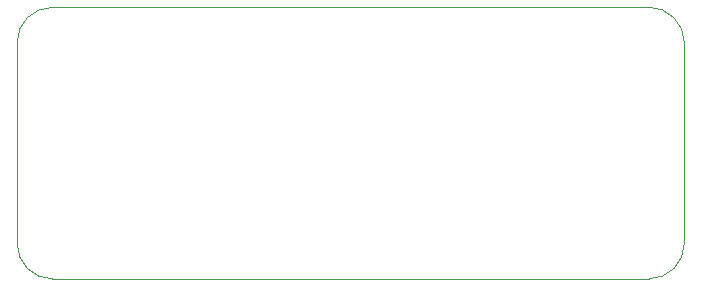
<source format=gbr>
G04 #@! TF.GenerationSoftware,KiCad,Pcbnew,(5.1.2)-1*
G04 #@! TF.CreationDate,2019-06-25T18:02:42+09:00*
G04 #@! TF.ProjectId,___12V,06fb5f31-3256-42e6-9b69-6361645f7063,rev?*
G04 #@! TF.SameCoordinates,Original*
G04 #@! TF.FileFunction,Profile,NP*
%FSLAX46Y46*%
G04 Gerber Fmt 4.6, Leading zero omitted, Abs format (unit mm)*
G04 Created by KiCad (PCBNEW (5.1.2)-1) date 2019-06-25 18:02:42*
%MOMM*%
%LPD*%
G04 APERTURE LIST*
%ADD10C,0.050000*%
G04 APERTURE END LIST*
D10*
X215500000Y-58250000D02*
X215500000Y-75250000D01*
X269000000Y-55250000D02*
X218500000Y-55250000D01*
X272000000Y-75250000D02*
X272000000Y-58250000D01*
X218500000Y-78250000D02*
X269000000Y-78250000D01*
X218500000Y-78250000D02*
G75*
G02X215500000Y-75250000I0J3000000D01*
G01*
X215500000Y-58250000D02*
G75*
G02X218500000Y-55250000I3000000J0D01*
G01*
X269000000Y-55250000D02*
G75*
G02X272000000Y-58250000I0J-3000000D01*
G01*
X272000000Y-75250000D02*
G75*
G02X269000000Y-78250000I-3000000J0D01*
G01*
M02*

</source>
